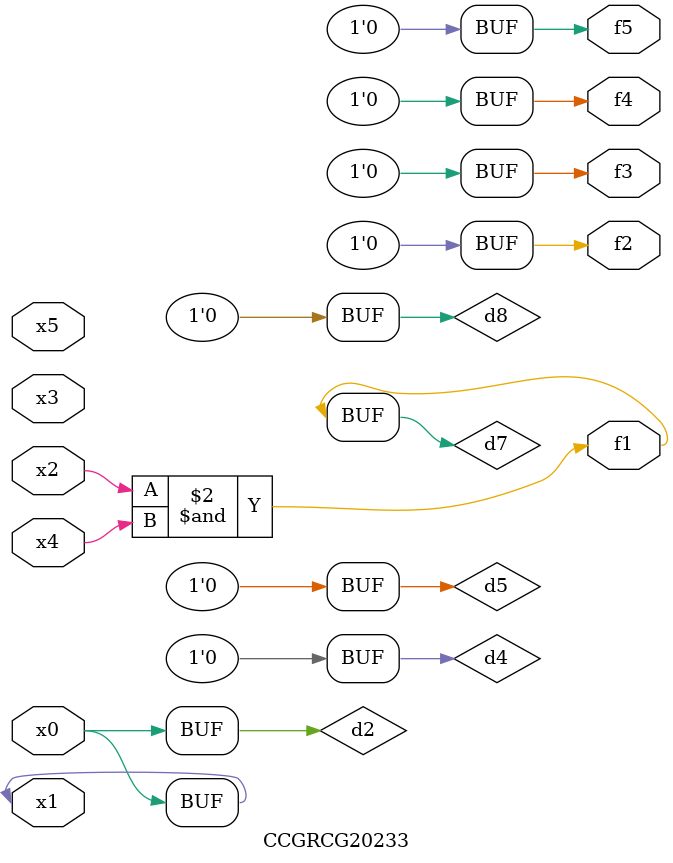
<source format=v>
module CCGRCG20233(
	input x0, x1, x2, x3, x4, x5,
	output f1, f2, f3, f4, f5
);

	wire d1, d2, d3, d4, d5, d6, d7, d8, d9;

	nand (d1, x1);
	buf (d2, x0, x1);
	nand (d3, x2, x4);
	and (d4, d1, d2);
	and (d5, d1, d2);
	nand (d6, d1, d3);
	not (d7, d3);
	xor (d8, d5);
	nor (d9, d5, d6);
	assign f1 = d7;
	assign f2 = d8;
	assign f3 = d8;
	assign f4 = d8;
	assign f5 = d8;
endmodule

</source>
